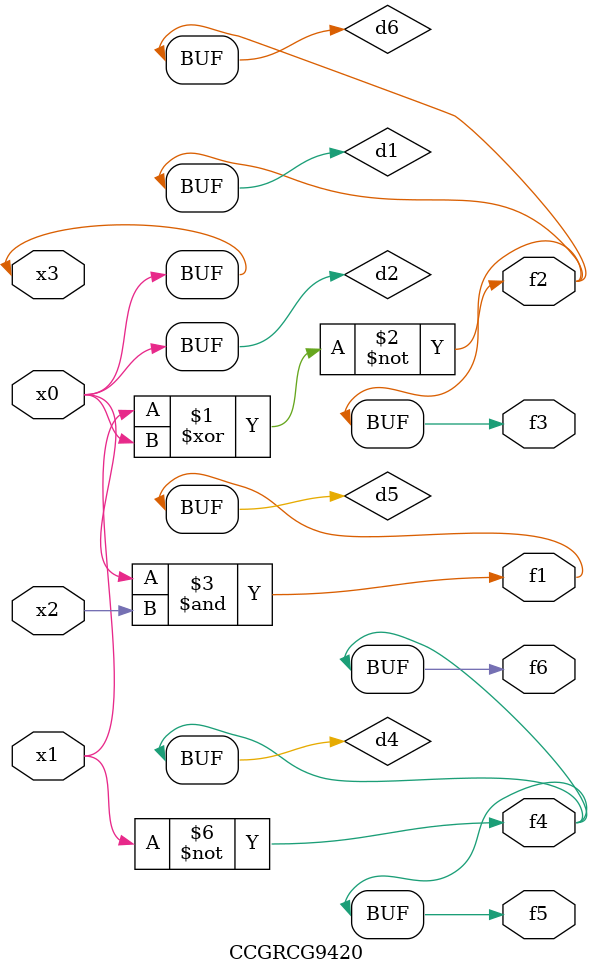
<source format=v>
module CCGRCG9420(
	input x0, x1, x2, x3,
	output f1, f2, f3, f4, f5, f6
);

	wire d1, d2, d3, d4, d5, d6;

	xnor (d1, x1, x3);
	buf (d2, x0, x3);
	nand (d3, x0, x2);
	not (d4, x1);
	nand (d5, d3);
	or (d6, d1);
	assign f1 = d5;
	assign f2 = d6;
	assign f3 = d6;
	assign f4 = d4;
	assign f5 = d4;
	assign f6 = d4;
endmodule

</source>
